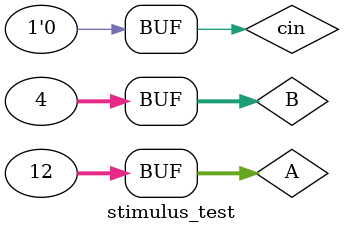
<source format=v>
`timescale 1ns / 1ps


module stimulus_test;

	// Inputs
	reg [31:0] A;
	reg [31:0] B;
	reg cin;

	// Outputs
	wire [31:0] S;
	wire cout;

	// Instantiate the Unit Under Test (UUT)
	RippleCarryAdder32 uut (
		.A(A), 
		.B(B), 
		.cin(cin), 
		.S(S), 
		.cout(cout)
	);

	initial begin
		// Initialize Inputs
		A = 0;
		B = 0;
		cin = 0;

		// Wait 100 ns for global reset to finish
		#100;
        
		// Add stimulus here
		#50 A=1;
		#50 A=0;
		#50 B=1;
		#50 A=12; 
		#50 B=4;
	end
      
		initial begin
			$monitor("A=%d,B=%d,cin=%d,S=%d, cout=%d\n",A,B,cin,S,cout);
		end
endmodule


</source>
